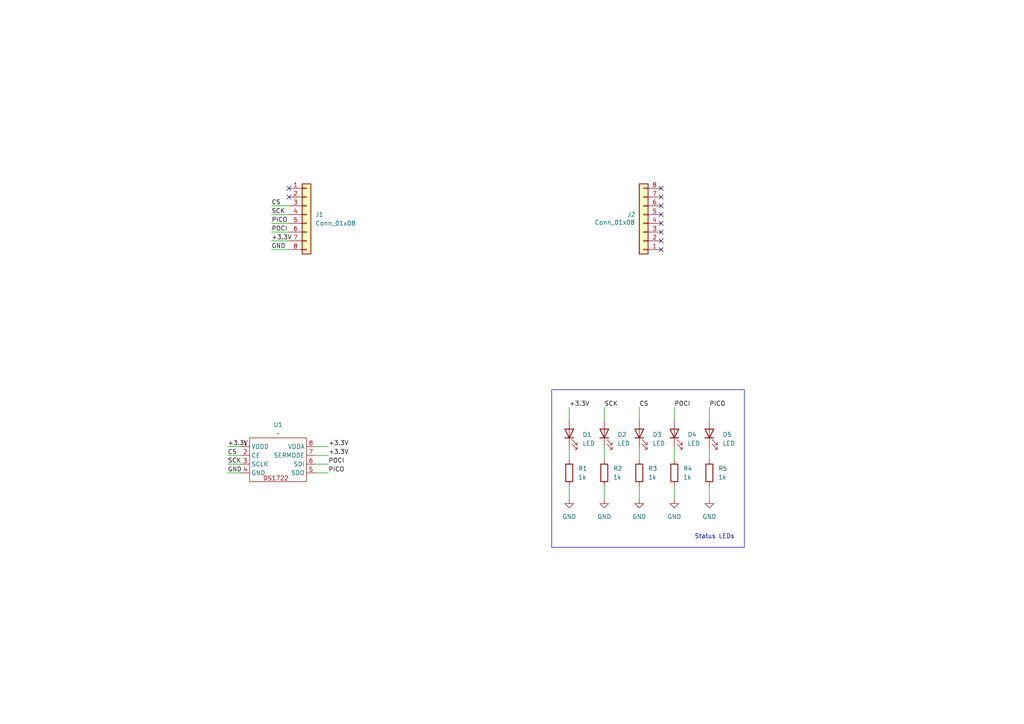
<source format=kicad_sch>
(kicad_sch (version 20231120) (generator "eeschema") (generator_version "8.0")
  (paper "A4")
  (title_block (title "Interface to DS1722") (date "2024-10-1") (rev "v01") (comment 1 "Author: Troy Kaufman"))
  (lib_symbols
    (symbol "Connector_Generic:Conn_01x08" (pin_names (offset 1.016) hide)
      (property "Reference" "J" (at 0 10.16 0))
      (property "Value" "Conn_01x08" (at 0 -12.7 0))
      (symbol "Conn_01x08_1_1"
        (rectangle (start -1.27 -10.033) (end 0 -10.287) (stroke (width 0.1524)))
        (rectangle (start -1.27 -7.493) (end 0 -7.747) (stroke (width 0.1524)))
        (rectangle (start -1.27 -4.953) (end 0 -5.207) (stroke (width 0.1524)))
        (rectangle (start -1.27 -2.413) (end 0 -2.667) (stroke (width 0.1524)))
        (rectangle (start -1.27 0.127) (end 0 -0.127) (stroke (width 0.1524)))
        (rectangle (start -1.27 2.667) (end 0 2.413) (stroke (width 0.1524)))
        (rectangle (start -1.27 5.207) (end 0 4.953) (stroke (width 0.1524)))
        (rectangle (start -1.27 7.747) (end 0 7.493) (stroke (width 0.1524)))
        (rectangle (start -1.27 8.89) (end 1.27 -11.43) (stroke (width 0.254)) (fill (type background)))
        (pin passive line (at -5.08 7.62 0) (length 3.81) (name "Pin_1") (number "1"))
        (pin passive line (at -5.08 5.08 0) (length 3.81) (name "Pin_2") (number "2"))
        (pin passive line (at -5.08 2.54 0) (length 3.81) (name "Pin_3") (number "3"))
        (pin passive line (at -5.08 0 0) (length 3.81) (name "Pin_4") (number "4"))
        (pin passive line (at -5.08 -2.54 0) (length 3.81) (name "Pin_5") (number "5"))
        (pin passive line (at -5.08 -5.08 0) (length 3.81) (name "Pin_6") (number "6"))
        (pin passive line (at -5.08 -7.62 0) (length 3.81) (name "Pin_7") (number "7"))
        (pin passive line (at -5.08 -10.16 0) (length 3.81) (name "Pin_8") (number "8"))
      )
    )
    (symbol "DS1722_sensor:DS1722"
      (property "Reference" "U1" (at 0.508 7.62 0))
      (symbol "DS1722_0_1"
        (rectangle (start -7.62 6.35) (end 8.89 -6.35))
      )
      (symbol "DS1722_1_1"
        (text "DS1722" (at 0 -5.334 0) (effects (font (size 1.27 1.27))))
        (pin input line (at -10.16 3.81 0) (length 2.54) (name "VDDD") (number "1"))
        (pin input line (at -10.16 1.27 0) (length 2.54) (name "CE") (number "2"))
        (pin input line (at -10.16 -1.27 0) (length 2.54) (name "SCLK") (number "3"))
        (pin input line (at -10.16 -3.81 0) (length 2.54) (name "GND") (number "4"))
        (pin output line (at 11.43 -3.81 180) (length 2.54) (name "SDO") (number "5"))
        (pin input line (at 11.43 -1.27 180) (length 2.54) (name "SDI") (number "6"))
        (pin input line (at 11.43 1.27 180) (length 2.54) (name "SERMODE") (number "7"))
        (pin input line (at 11.43 3.81 180) (length 2.54) (name "VDDA") (number "8"))
      )
    )
    (symbol "Device:LED" (pin_numbers hide) (pin_names (offset 1.016) hide)
      (property "Reference" "D" (at 0 2.54 0))
      (property "Value" "LED" (at 0 -2.54 0))
      (symbol "LED_0_1"
        (polyline (pts (xy -1.27 -1.27) (xy -1.27 1.27)) (stroke (width 0.254)))
        (polyline (pts (xy -1.27 0) (xy 1.27 0)))
        (polyline (pts (xy 1.27 -1.27) (xy 1.27 1.27) (xy -1.27 0) (xy 1.27 -1.27)) (stroke (width 0.254)))
        (polyline (pts (xy -3.048 -0.762) (xy -4.572 -2.286) (xy -3.81 -2.286) (xy -4.572 -2.286) (xy -4.572 -1.524)))
        (polyline (pts (xy -1.778 -0.762) (xy -3.302 -2.286) (xy -2.54 -2.286) (xy -3.302 -2.286) (xy -3.302 -1.524)))
      )
      (symbol "LED_1_1"
        (pin passive line (at -3.81 0 0) (length 2.54) (name "K") (number "1"))
        (pin passive line (at 3.81 0 180) (length 2.54) (name "A") (number "2"))
      )
    )
    (symbol "Device:R" (pin_numbers hide) (pin_names (offset 0))
      (property "Reference" "R" (at 2.032 0 90))
      (property "Value" "R" (at 0 0 90))
      (symbol "R_0_1"
        (rectangle (start -1.016 -2.54) (end 1.016 2.54) (stroke (width 0.254)))
      )
      (symbol "R_1_1"
        (pin passive line (at 0 3.81 270) (length 1.27) (name "~") (number "1"))
        (pin passive line (at 0 -3.81 90) (length 1.27) (name "~") (number "2"))
      )
    )
    (symbol "power:GND" (power) (pin_numbers hide) (pin_names (offset 0) hide)
      (property "Value" "GND" (at 0 -3.81 0))
      (symbol "GND_0_1"
        (polyline (pts (xy 0 0) (xy 0 -1.27) (xy 1.27 -1.27) (xy 0 -2.54) (xy -1.27 -1.27) (xy 0 -1.27)))
      )
      (symbol "GND_1_1"
        (pin power_in line (at 0 0 270) (length 0) (name "~") (number "1"))
      )
    )
  )
  (no_connect (at 83.82 54.61))
  (no_connect (at 191.77 69.85))
  (no_connect (at 191.77 72.39))
  (no_connect (at 191.77 67.31))
  (no_connect (at 191.77 62.23))
  (no_connect (at 83.82 57.15))
  (no_connect (at 191.77 64.77))
  (no_connect (at 191.77 54.61))
  (no_connect (at 191.77 57.15))
  (no_connect (at 191.77 59.69))
  (wire (pts (xy 66.04 129.54) (xy 69.85 129.54)))
  (wire (pts (xy 165.1 140.97) (xy 165.1 144.78)))
  (wire (pts (xy 165.1 129.54) (xy 165.1 133.35)))
  (wire (pts (xy 78.74 59.69) (xy 83.82 59.69)))
  (wire (pts (xy 78.74 64.77) (xy 83.82 64.77)))
  (wire (pts (xy 205.74 140.97) (xy 205.74 144.78)))
  (wire (pts (xy 78.74 72.39) (xy 83.82 72.39)))
  (wire (pts (xy 91.44 129.54) (xy 95.25 129.54)))
  (wire (pts (xy 78.74 62.23) (xy 83.82 62.23)))
  (wire (pts (xy 205.74 129.54) (xy 205.74 133.35)))
  (wire (pts (xy 91.44 132.08) (xy 95.25 132.08)))
  (wire (pts (xy 195.58 129.54) (xy 195.58 133.35)))
  (wire (pts (xy 175.26 129.54) (xy 175.26 133.35)))
  (wire (pts (xy 165.1 118.11) (xy 165.1 121.92)))
  (wire (pts (xy 185.42 129.54) (xy 185.42 133.35)))
  (wire (pts (xy 66.04 132.08) (xy 69.85 132.08)))
  (wire (pts (xy 91.44 134.62) (xy 95.25 134.62)))
  (wire (pts (xy 175.26 140.97) (xy 175.26 144.78)))
  (wire (pts (xy 185.42 118.11) (xy 185.42 121.92)))
  (wire (pts (xy 78.74 67.31) (xy 83.82 67.31)))
  (wire (pts (xy 175.26 118.11) (xy 175.26 121.92)))
  (wire (pts (xy 66.04 137.16) (xy 69.85 137.16)))
  (wire (pts (xy 78.74 69.85) (xy 83.82 69.85)))
  (wire (pts (xy 66.04 134.62) (xy 69.85 134.62)))
  (wire (pts (xy 185.42 140.97) (xy 185.42 144.78)))
  (wire (pts (xy 195.58 118.11) (xy 195.58 121.92)))
  (wire (pts (xy 195.58 140.97) (xy 195.58 144.78)))
  (wire (pts (xy 91.44 137.16) (xy 95.25 137.16)))
  (wire (pts (xy 205.74 118.11) (xy 205.74 121.92)))
  (rectangle (start 160.02 113.03) (end 215.9 158.75))
  (text "Status LEDs" (at 207.264 155.702 0) (effects (font (size 1.27 1.27))))
  (label "+3.3V" (at 66.04 129.54 0))
  (label "PICO" (at 205.74 118.11 0))
  (label "PICO" (at 78.74 64.77 0))
  (label "POCI" (at 95.25 134.62 0))
  (label "SCK" (at 78.74 62.23 0))
  (label "+3.3V" (at 95.25 132.08 0))
  (label "POCI" (at 78.74 67.31 0))
  (label "SCK" (at 175.26 118.11 0))
  (label "+3.3V" (at 95.25 129.54 0))
  (label "GND" (at 66.04 137.16 0))
  (label "CS" (at 66.04 132.08 0))
  (label "+3.3V" (at 165.1 118.11 0))
  (label "PICO" (at 95.25 137.16 0))
  (label "+3.3V" (at 78.74 69.85 0))
  (label "GND" (at 78.74 72.39 0))
  (label "CS" (at 78.74 59.69 0))
  (label "SCK" (at 66.04 134.62 0))
  (label "CS" (at 185.42 118.11 0))
  (label "POCI" (at 195.58 118.11 0))
  (symbol (lib_id "DS1722_sensor:DS1722") (at 80.01 133.35 0) (unit 1)
    (property "Reference" "U1" (at 80.645 123.19 0))
    (property "Value" "~" (at 80.645 125.73 0))
    (property "Footprint" "Library:DS1722" (effects (hide yes)))
  )
  (symbol (lib_id "power:GND") (at 205.74 144.78 0) (unit 1)
    (property "Reference" "#PWR05" (effects (hide yes)))
    (property "Value" "GND" (at 205.74 149.86 0))
    (property "Description" "Power symbol creates a global label with name \"GND\" , ground" (effects (hide yes)))
  )
  (symbol (lib_id "Device:R") (at 175.26 137.16 0) (unit 1)
    (property "Reference" "R2" (at 177.8 135.8899 0) (effects (justify left)))
    (property "Value" "1k" (at 177.8 138.4299 0) (effects (justify left)))
    (property "Footprint" "Resistor_SMD:R_0805_2012Metric" (effects (hide yes)))
    (property "Description" "Resistor" (effects (hide yes)))
  )
  (symbol (lib_id "power:GND") (at 165.1 144.78 0) (unit 1)
    (property "Reference" "#PWR01" (effects (hide yes)))
    (property "Value" "GND" (at 165.1 149.86 0))
    (property "Description" "Power symbol creates a global label with name \"GND\" , ground" (effects (hide yes)))
  )
  (symbol (lib_id "Device:R") (at 195.58 137.16 0) (unit 1)
    (property "Reference" "R4" (at 198.12 135.8899 0) (effects (justify left)))
    (property "Value" "1k" (at 198.12 138.4299 0) (effects (justify left)))
    (property "Footprint" "Resistor_SMD:R_0805_2012Metric" (effects (hide yes)))
    (property "Description" "Resistor" (effects (hide yes)))
  )
  (symbol (lib_id "Device:LED") (at 185.42 125.73 90) (unit 1)
    (property "Reference" "D3" (at 189.23 126.0474 90) (effects (justify right)))
    (property "Value" "LED" (at 189.23 128.5874 90) (effects (justify right)))
    (property "Footprint" "LED_SMD:LED_0805_2012Metric" (effects (hide yes)))
    (property "Description" "Light emitting diode" (effects (hide yes)))
  )
  (symbol (lib_id "Device:LED") (at 175.26 125.73 90) (unit 1)
    (property "Reference" "D2" (at 179.07 126.0474 90) (effects (justify right)))
    (property "Value" "LED" (at 179.07 128.5874 90) (effects (justify right)))
    (property "Footprint" "LED_SMD:LED_0805_2012Metric" (effects (hide yes)))
    (property "Description" "Light emitting diode" (effects (hide yes)))
  )
  (symbol (lib_id "power:GND") (at 175.26 144.78 0) (unit 1)
    (property "Reference" "#PWR02" (effects (hide yes)))
    (property "Value" "GND" (at 175.26 149.86 0))
    (property "Description" "Power symbol creates a global label with name \"GND\" , ground" (effects (hide yes)))
  )
  (symbol (lib_id "Device:R") (at 205.74 137.16 0) (unit 1)
    (property "Reference" "R5" (at 208.28 135.8899 0) (effects (justify left)))
    (property "Value" "1k" (at 208.28 138.4299 0) (effects (justify left)))
    (property "Footprint" "Resistor_SMD:R_0805_2012Metric" (effects (hide yes)))
    (property "Description" "Resistor" (effects (hide yes)))
  )
  (symbol (lib_id "Device:R") (at 185.42 137.16 0) (unit 1)
    (property "Reference" "R3" (at 187.96 135.8899 0) (effects (justify left)))
    (property "Value" "1k" (at 187.96 138.4299 0) (effects (justify left)))
    (property "Footprint" "Resistor_SMD:R_0805_2012Metric" (effects (hide yes)))
    (property "Description" "Resistor" (effects (hide yes)))
  )
  (symbol (lib_id "Device:R") (at 165.1 137.16 0) (unit 1)
    (property "Reference" "R1" (at 167.64 135.8899 0) (effects (justify left)))
    (property "Value" "1k" (at 167.64 138.4299 0) (effects (justify left)))
    (property "Footprint" "Resistor_SMD:R_0805_2012Metric" (effects (hide yes)))
    (property "Description" "Resistor" (effects (hide yes)))
  )
  (symbol (lib_id "power:GND") (at 185.42 144.78 0) (unit 1)
    (property "Reference" "#PWR03" (effects (hide yes)))
    (property "Value" "GND" (at 185.42 149.86 0))
    (property "Description" "Power symbol creates a global label with name \"GND\" , ground" (effects (hide yes)))
  )
  (symbol (lib_id "Device:LED") (at 165.1 125.73 90) (unit 1)
    (property "Reference" "D1" (at 168.91 126.0474 90) (effects (justify right)))
    (property "Value" "LED" (at 168.91 128.5874 90) (effects (justify right)))
    (property "Footprint" "LED_SMD:LED_0805_2012Metric" (effects (hide yes)))
    (property "Description" "Light emitting diode" (effects (hide yes)))
  )
  (symbol (lib_id "Device:LED") (at 205.74 125.73 90) (unit 1)
    (property "Reference" "D5" (at 209.55 126.0474 90) (effects (justify right)))
    (property "Value" "LED" (at 209.55 128.5874 90) (effects (justify right)))
    (property "Footprint" "LED_SMD:LED_0805_2012Metric" (effects (hide yes)))
    (property "Description" "Light emitting diode" (effects (hide yes)))
  )
  (symbol (lib_id "Connector_Generic:Conn_01x08") (at 186.69 64.77 180) (unit 1)
    (property "Reference" "J2" (at 183.134 62.23 0))
    (property "Value" "Conn_01x08" (at 178.308 64.516 0))
    (property "Footprint" "Connector_PinSocket_1.27mm:PinSocket_1x08_P1.27mm_Vertical" (effects (hide yes)))
    (property "Description" "Generic connector, single row, 01x08, script generated (kicad-library-utils/schlib/autogen/connector/)" (effects (hide yes)))
  )
  (symbol (lib_id "Device:LED") (at 195.58 125.73 90) (unit 1)
    (property "Reference" "D4" (at 199.39 126.0474 90) (effects (justify right)))
    (property "Value" "LED" (at 199.39 128.5874 90) (effects (justify right)))
    (property "Footprint" "LED_SMD:LED_0805_2012Metric" (effects (hide yes)))
    (property "Description" "Light emitting diode" (effects (hide yes)))
  )
  (symbol (lib_id "Connector_Generic:Conn_01x08") (at 88.9 62.23 0) (unit 1)
    (property "Reference" "J1" (at 91.44 62.2299 0) (effects (justify left)))
    (property "Value" "Conn_01x08" (at 91.44 64.7699 0) (effects (justify left)))
    (property "Footprint" "Connector_PinSocket_1.27mm:PinSocket_1x08_P1.27mm_Vertical" (effects (hide yes)))
    (property "Description" "Generic connector, single row, 01x08, script generated (kicad-library-utils/schlib/autogen/connector/)" (effects (hide yes)))
  )
  (symbol (lib_id "power:GND") (at 195.58 144.78 0) (unit 1)
    (property "Reference" "#PWR04" (effects (hide yes)))
    (property "Value" "GND" (at 195.58 149.86 0))
    (property "Description" "Power symbol creates a global label with name \"GND\" , ground" (effects (hide yes)))
  )
)
</source>
